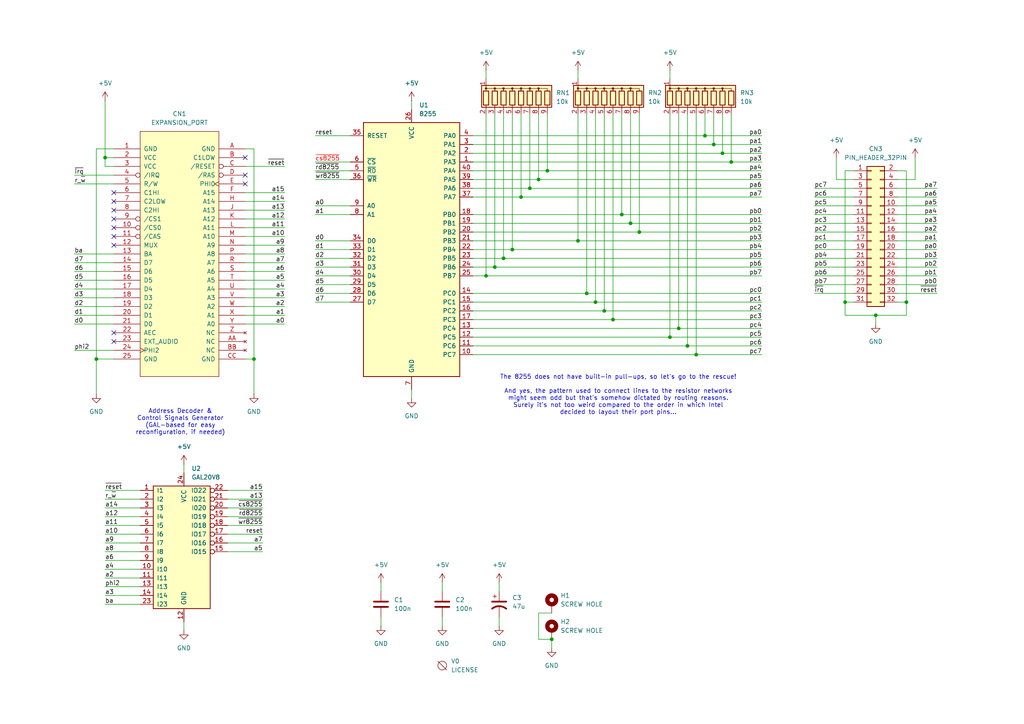
<source format=kicad_sch>
(kicad_sch (version 20231120) (generator "eeschema") (generator_version "8.0")
  (paper "A4")
  (title_block (title "Intel 8255 Interface for the Commodore 16, 116 and Plus/4") (date "2024-08-19") (rev "1git") (company "SukkoPera") (comment 1 "Based on the article published in Rádiótechnika 1988/12 by Ferenc Garay and Dr. János Rohonczy") (comment 2 "http://plus4world.powweb.com/publications/Radiotechnika_1988_december") (comment 3 "Licensed under CC BY-NC-SA 4.0"))
  (lib_symbols
    (symbol "C16-Exp-Port:C16-Exp-Port" (pin_names (offset 1.016))
      (property "Reference" "J" (at 10.16 36.83 0))
      (property "Value" "C16-Exp-Port" (at 0 -36.83 0))
      (symbol "C16-Exp-Port_1_0"
        (rectangle (start -11.43 -35.56) (end 11.43 35.56) (fill (type background)))
      )
      (symbol "C16-Exp-Port_1_1"
        (pin power_out line (at -19.05 30.48 0) (length 7.62) (name "GND") (number "1"))
        (pin output inverted (at -19.05 7.62 0) (length 7.62) (name "/CS0") (number "10"))
        (pin output inverted (at -19.05 5.08 0) (length 7.62) (name "/CAS") (number "11"))
        (pin output line (at -19.05 2.54 0) (length 7.62) (name "MUX") (number "12"))
        (pin output line (at -19.05 0 0) (length 7.62) (name "BA") (number "13"))
        (pin bidirectional line (at -19.05 -2.54 0) (length 7.62) (name "D7") (number "14"))
        (pin bidirectional line (at -19.05 -5.08 0) (length 7.62) (name "D6") (number "15"))
        (pin bidirectional line (at -19.05 -7.62 0) (length 7.62) (name "D5") (number "16"))
        (pin bidirectional line (at -19.05 -10.16 0) (length 7.62) (name "D4") (number "17"))
        (pin bidirectional line (at -19.05 -12.7 0) (length 7.62) (name "D3") (number "18"))
        (pin bidirectional line (at -19.05 -15.24 0) (length 7.62) (name "D2") (number "19"))
        (pin power_out line (at -19.05 27.94 0) (length 7.62) (name "VCC") (number "2"))
        (pin bidirectional line (at -19.05 -17.78 0) (length 7.62) (name "D1") (number "20"))
        (pin bidirectional line (at -19.05 -20.32 0) (length 7.62) (name "D0") (number "21"))
        (pin output line (at -19.05 -22.86 0) (length 7.62) (name "AEC") (number "22"))
        (pin input line (at -19.05 -25.4 0) (length 7.62) (name "EXT_AUDIO") (number "23"))
        (pin output clock (at -19.05 -27.94 0) (length 7.62) (name "PHI2") (number "24"))
        (pin passive line (at -19.05 -30.48 0) (length 7.62) (name "GND") (number "25"))
        (pin passive line (at -19.05 25.4 0) (length 7.62) (name "VCC") (number "3"))
        (pin open_collector inverted (at -19.05 22.86 0) (length 7.62) (name "/IRQ") (number "4"))
        (pin output line (at -19.05 20.32 0) (length 7.62) (name "R/W") (number "5"))
        (pin output line (at -19.05 17.78 0) (length 7.62) (name "C1HI") (number "6"))
        (pin output line (at -19.05 15.24 0) (length 7.62) (name "C2LOW") (number "7"))
        (pin output line (at -19.05 12.7 0) (length 7.62) (name "C2HI") (number "8"))
        (pin output inverted (at -19.05 10.16 0) (length 7.62) (name "/CS1") (number "9"))
        (pin passive line (at 19.05 30.48 180) (length 7.62) (name "GND") (number "A"))
        (pin no_connect line (at 19.05 -25.4 180) (length 7.62) (name "NC") (number "AA"))
        (pin output line (at 19.05 27.94 180) (length 7.62) (name "C1LOW") (number "B"))
        (pin no_connect line (at 19.05 -27.94 180) (length 7.62) (name "NC") (number "BB"))
        (pin open_collector inverted (at 19.05 25.4 180) (length 7.62) (name "/RESET") (number "C"))
        (pin passive line (at 19.05 -30.48 180) (length 7.62) (name "GND") (number "CC"))
        (pin output inverted (at 19.05 22.86 180) (length 7.62) (name "/RAS") (number "D"))
        (pin output clock (at 19.05 20.32 180) (length 7.62) (name "PHI0") (number "E"))
        (pin output line (at 19.05 17.78 180) (length 7.62) (name "A15") (number "F"))
        (pin output line (at 19.05 15.24 180) (length 7.62) (name "A14") (number "H"))
        (pin output line (at 19.05 12.7 180) (length 7.62) (name "A13") (number "J"))
        (pin output line (at 19.05 10.16 180) (length 7.62) (name "A12") (number "K"))
        (pin output line (at 19.05 7.62 180) (length 7.62) (name "A11") (number "L"))
        (pin output line (at 19.05 5.08 180) (length 7.62) (name "A10") (number "M"))
        (pin output line (at 19.05 2.54 180) (length 7.62) (name "A9") (number "N"))
        (pin output line (at 19.05 0 180) (length 7.62) (name "A8") (number "P"))
        (pin output line (at 19.05 -2.54 180) (length 7.62) (name "A7") (number "R"))
        (pin output line (at 19.05 -5.08 180) (length 7.62) (name "A6") (number "S"))
        (pin output line (at 19.05 -7.62 180) (length 7.62) (name "A5") (number "T"))
        (pin output line (at 19.05 -10.16 180) (length 7.62) (name "A4") (number "U"))
        (pin output line (at 19.05 -12.7 180) (length 7.62) (name "A3") (number "V"))
        (pin output line (at 19.05 -15.24 180) (length 7.62) (name "A2") (number "W"))
        (pin output line (at 19.05 -17.78 180) (length 7.62) (name "A1") (number "X"))
        (pin output line (at 19.05 -20.32 180) (length 7.62) (name "A0") (number "Y"))
        (pin no_connect line (at 19.05 -22.86 180) (length 7.62) (name "NC") (number "Z"))
      )
    )
    (symbol "Connector_Generic:Conn_02x16_Odd_Even" (pin_names (offset 1.016) hide)
      (property "Reference" "J" (at 1.27 20.32 0))
      (property "Value" "Conn_02x16_Odd_Even" (at 1.27 -22.86 0))
      (symbol "Conn_02x16_Odd_Even_1_1"
        (rectangle (start -1.27 -20.193) (end 0 -20.447) (stroke (width 0.1524)))
        (rectangle (start -1.27 -17.653) (end 0 -17.907) (stroke (width 0.1524)))
        (rectangle (start -1.27 -15.113) (end 0 -15.367) (stroke (width 0.1524)))
        (rectangle (start -1.27 -12.573) (end 0 -12.827) (stroke (width 0.1524)))
        (rectangle (start -1.27 -10.033) (end 0 -10.287) (stroke (width 0.1524)))
        (rectangle (start -1.27 -7.493) (end 0 -7.747) (stroke (width 0.1524)))
        (rectangle (start -1.27 -4.953) (end 0 -5.207) (stroke (width 0.1524)))
        (rectangle (start -1.27 -2.413) (end 0 -2.667) (stroke (width 0.1524)))
        (rectangle (start -1.27 0.127) (end 0 -0.127) (stroke (width 0.1524)))
        (rectangle (start -1.27 2.667) (end 0 2.413) (stroke (width 0.1524)))
        (rectangle (start -1.27 5.207) (end 0 4.953) (stroke (width 0.1524)))
        (rectangle (start -1.27 7.747) (end 0 7.493) (stroke (width 0.1524)))
        (rectangle (start -1.27 10.287) (end 0 10.033) (stroke (width 0.1524)))
        (rectangle (start -1.27 12.827) (end 0 12.573) (stroke (width 0.1524)))
        (rectangle (start -1.27 15.367) (end 0 15.113) (stroke (width 0.1524)))
        (rectangle (start -1.27 17.907) (end 0 17.653) (stroke (width 0.1524)))
        (rectangle (start -1.27 19.05) (end 3.81 -21.59) (stroke (width 0.254)) (fill (type background)))
        (rectangle (start 3.81 -20.193) (end 2.54 -20.447) (stroke (width 0.1524)))
        (rectangle (start 3.81 -17.653) (end 2.54 -17.907) (stroke (width 0.1524)))
        (rectangle (start 3.81 -15.113) (end 2.54 -15.367) (stroke (width 0.1524)))
        (rectangle (start 3.81 -12.573) (end 2.54 -12.827) (stroke (width 0.1524)))
        (rectangle (start 3.81 -10.033) (end 2.54 -10.287) (stroke (width 0.1524)))
        (rectangle (start 3.81 -7.493) (end 2.54 -7.747) (stroke (width 0.1524)))
        (rectangle (start 3.81 -4.953) (end 2.54 -5.207) (stroke (width 0.1524)))
        (rectangle (start 3.81 -2.413) (end 2.54 -2.667) (stroke (width 0.1524)))
        (rectangle (start 3.81 0.127) (end 2.54 -0.127) (stroke (width 0.1524)))
        (rectangle (start 3.81 2.667) (end 2.54 2.413) (stroke (width 0.1524)))
        (rectangle (start 3.81 5.207) (end 2.54 4.953) (stroke (width 0.1524)))
        (rectangle (start 3.81 7.747) (end 2.54 7.493) (stroke (width 0.1524)))
        (rectangle (start 3.81 10.287) (end 2.54 10.033) (stroke (width 0.1524)))
        (rectangle (start 3.81 12.827) (end 2.54 12.573) (stroke (width 0.1524)))
        (rectangle (start 3.81 15.367) (end 2.54 15.113) (stroke (width 0.1524)))
        (rectangle (start 3.81 17.907) (end 2.54 17.653) (stroke (width 0.1524)))
        (pin passive line (at -5.08 17.78 0) (length 3.81) (name "Pin_1") (number "1"))
        (pin passive line (at 7.62 7.62 180) (length 3.81) (name "Pin_10") (number "10"))
        (pin passive line (at -5.08 5.08 0) (length 3.81) (name "Pin_11") (number "11"))
        (pin passive line (at 7.62 5.08 180) (length 3.81) (name "Pin_12") (number "12"))
        (pin passive line (at -5.08 2.54 0) (length 3.81) (name "Pin_13") (number "13"))
        (pin passive line (at 7.62 2.54 180) (length 3.81) (name "Pin_14") (number "14"))
        (pin passive line (at -5.08 0 0) (length 3.81) (name "Pin_15") (number "15"))
        (pin passive line (at 7.62 0 180) (length 3.81) (name "Pin_16") (number "16"))
        (pin passive line (at -5.08 -2.54 0) (length 3.81) (name "Pin_17") (number "17"))
        (pin passive line (at 7.62 -2.54 180) (length 3.81) (name "Pin_18") (number "18"))
        (pin passive line (at -5.08 -5.08 0) (length 3.81) (name "Pin_19") (number "19"))
        (pin passive line (at 7.62 17.78 180) (length 3.81) (name "Pin_2") (number "2"))
        (pin passive line (at 7.62 -5.08 180) (length 3.81) (name "Pin_20") (number "20"))
        (pin passive line (at -5.08 -7.62 0) (length 3.81) (name "Pin_21") (number "21"))
        (pin passive line (at 7.62 -7.62 180) (length 3.81) (name "Pin_22") (number "22"))
        (pin passive line (at -5.08 -10.16 0) (length 3.81) (name "Pin_23") (number "23"))
        (pin passive line (at 7.62 -10.16 180) (length 3.81) (name "Pin_24") (number "24"))
        (pin passive line (at -5.08 -12.7 0) (length 3.81) (name "Pin_25") (number "25"))
        (pin passive line (at 7.62 -12.7 180) (length 3.81) (name "Pin_26") (number "26"))
        (pin passive line (at -5.08 -15.24 0) (length 3.81) (name "Pin_27") (number "27"))
        (pin passive line (at 7.62 -15.24 180) (length 3.81) (name "Pin_28") (number "28"))
        (pin passive line (at -5.08 -17.78 0) (length 3.81) (name "Pin_29") (number "29"))
        (pin passive line (at -5.08 15.24 0) (length 3.81) (name "Pin_3") (number "3"))
        (pin passive line (at 7.62 -17.78 180) (length 3.81) (name "Pin_30") (number "30"))
        (pin passive line (at -5.08 -20.32 0) (length 3.81) (name "Pin_31") (number "31"))
        (pin passive line (at 7.62 -20.32 180) (length 3.81) (name "Pin_32") (number "32"))
        (pin passive line (at 7.62 15.24 180) (length 3.81) (name "Pin_4") (number "4"))
        (pin passive line (at -5.08 12.7 0) (length 3.81) (name "Pin_5") (number "5"))
        (pin passive line (at 7.62 12.7 180) (length 3.81) (name "Pin_6") (number "6"))
        (pin passive line (at -5.08 10.16 0) (length 3.81) (name "Pin_7") (number "7"))
        (pin passive line (at 7.62 10.16 180) (length 3.81) (name "Pin_8") (number "8"))
        (pin passive line (at -5.08 7.62 0) (length 3.81) (name "Pin_9") (number "9"))
      )
    )
    (symbol "Device:C" (pin_numbers hide) (pin_names (offset 0.254))
      (property "Reference" "C" (at 0.635 2.54 0))
      (property "Value" "C" (at 0.635 -2.54 0))
      (symbol "C_0_1"
        (polyline (pts (xy -2.032 -0.762) (xy 2.032 -0.762)) (stroke (width 0.508)))
        (polyline (pts (xy -2.032 0.762) (xy 2.032 0.762)) (stroke (width 0.508)))
      )
      (symbol "C_1_1"
        (pin passive line (at 0 3.81 270) (length 2.794) (name "~") (number "1"))
        (pin passive line (at 0 -3.81 90) (length 2.794) (name "~") (number "2"))
      )
    )
    (symbol "Device:C_Polarized_US" (pin_numbers hide) (pin_names (offset 0.254) hide)
      (property "Reference" "C" (at 0.635 2.54 0))
      (property "Value" "C_Polarized_US" (at 0.635 -2.54 0))
      (symbol "C_Polarized_US_0_1"
        (polyline (pts (xy -2.032 0.762) (xy 2.032 0.762)) (stroke (width 0.508)))
        (polyline (pts (xy -1.778 2.286) (xy -0.762 2.286)))
        (polyline (pts (xy -1.27 1.778) (xy -1.27 2.794)))
        (arc (start 2.032 -1.27) (mid 0 -0.5572) (end -2.032 -1.27) (stroke (width 0.508)))
      )
      (symbol "C_Polarized_US_1_1"
        (pin passive line (at 0 3.81 270) (length 2.794) (name "~") (number "1"))
        (pin passive line (at 0 -3.81 90) (length 3.302) (name "~") (number "2"))
      )
    )
    (symbol "Device:R_Network08" (pin_names (offset 0) hide)
      (property "Reference" "RN" (at -12.7 0 90))
      (property "Value" "R_Network08" (at 10.16 0 90))
      (symbol "R_Network08_0_1"
        (rectangle (start -11.43 -3.175) (end 8.89 3.175) (stroke (width 0.254)) (fill (type background)))
        (rectangle (start -10.922 1.524) (end -9.398 -2.54) (stroke (width 0.254)))
        (circle (center -10.16 2.286) (radius 0.254) (fill (type outline)))
        (rectangle (start -8.382 1.524) (end -6.858 -2.54) (stroke (width 0.254)))
        (circle (center -7.62 2.286) (radius 0.254) (fill (type outline)))
        (rectangle (start -5.842 1.524) (end -4.318 -2.54) (stroke (width 0.254)))
        (circle (center -5.08 2.286) (radius 0.254) (fill (type outline)))
        (rectangle (start -3.302 1.524) (end -1.778 -2.54) (stroke (width 0.254)))
        (circle (center -2.54 2.286) (radius 0.254) (fill (type outline)))
        (rectangle (start -0.762 1.524) (end 0.762 -2.54) (stroke (width 0.254)))
        (polyline (pts (xy -10.16 -2.54) (xy -10.16 -3.81)))
        (polyline (pts (xy -7.62 -2.54) (xy -7.62 -3.81)))
        (polyline (pts (xy -5.08 -2.54) (xy -5.08 -3.81)))
        (polyline (pts (xy -2.54 -2.54) (xy -2.54 -3.81)))
        (polyline (pts (xy 0 -2.54) (xy 0 -3.81)))
        (polyline (pts (xy 2.54 -2.54) (xy 2.54 -3.81)))
        (polyline (pts (xy 5.08 -2.54) (xy 5.08 -3.81)))
        (polyline (pts (xy 7.62 -2.54) (xy 7.62 -3.81)))
        (polyline (pts (xy -10.16 1.524) (xy -10.16 2.286) (xy -7.62 2.286) (xy -7.62 1.524)))
        (polyline (pts (xy -7.62 1.524) (xy -7.62 2.286) (xy -5.08 2.286) (xy -5.08 1.524)))
        (polyline (pts (xy -5.08 1.524) (xy -5.08 2.286) (xy -2.54 2.286) (xy -2.54 1.524)))
        (polyline (pts (xy -2.54 1.524) (xy -2.54 2.286) (xy 0 2.286) (xy 0 1.524)))
        (polyline (pts (xy 0 1.524) (xy 0 2.286) (xy 2.54 2.286) (xy 2.54 1.524)))
        (polyline (pts (xy 2.54 1.524) (xy 2.54 2.286) (xy 5.08 2.286) (xy 5.08 1.524)))
        (polyline (pts (xy 5.08 1.524) (xy 5.08 2.286) (xy 7.62 2.286) (xy 7.62 1.524)))
        (circle (center 0 2.286) (radius 0.254) (fill (type outline)))
        (rectangle (start 1.778 1.524) (end 3.302 -2.54) (stroke (width 0.254)))
        (circle (center 2.54 2.286) (radius 0.254) (fill (type outline)))
        (rectangle (start 4.318 1.524) (end 5.842 -2.54) (stroke (width 0.254)))
        (circle (center 5.08 2.286) (radius 0.254) (fill (type outline)))
        (rectangle (start 6.858 1.524) (end 8.382 -2.54) (stroke (width 0.254)))
      )
      (symbol "R_Network08_1_1"
        (pin passive line (at -10.16 5.08 270) (length 2.54) (name "common") (number "1"))
        (pin passive line (at -10.16 -5.08 90) (length 1.27) (name "R1") (number "2"))
        (pin passive line (at -7.62 -5.08 90) (length 1.27) (name "R2") (number "3"))
        (pin passive line (at -5.08 -5.08 90) (length 1.27) (name "R3") (number "4"))
        (pin passive line (at -2.54 -5.08 90) (length 1.27) (name "R4") (number "5"))
        (pin passive line (at 0 -5.08 90) (length 1.27) (name "R5") (number "6"))
        (pin passive line (at 2.54 -5.08 90) (length 1.27) (name "R6") (number "7"))
        (pin passive line (at 5.08 -5.08 90) (length 1.27) (name "R7") (number "8"))
        (pin passive line (at 7.62 -5.08 90) (length 1.27) (name "R8") (number "9"))
      )
    )
    (symbol "Interface:8255" (pin_names (offset 1.016))
      (property "Reference" "U" (at -13.97 38.1 0))
      (property "Value" "8255" (at 8.89 38.1 0))
      (symbol "8255_1_1"
        (rectangle (start -13.97 -36.83) (end 13.97 36.83) (stroke (width 0.254)) (fill (type background)))
        (pin bidirectional line (at 17.78 25.4 180) (length 3.81) (name "PA3") (number "1"))
        (pin bidirectional line (at 17.78 -30.48 180) (length 3.81) (name "PC7") (number "10"))
        (pin bidirectional line (at 17.78 -27.94 180) (length 3.81) (name "PC6") (number "11"))
        (pin bidirectional line (at 17.78 -25.4 180) (length 3.81) (name "PC5") (number "12"))
        (pin bidirectional line (at 17.78 -22.86 180) (length 3.81) (name "PC4") (number "13"))
        (pin bidirectional line (at 17.78 -12.7 180) (length 3.81) (name "PC0") (number "14"))
        (pin bidirectional line (at 17.78 -15.24 180) (length 3.81) (name "PC1") (number "15"))
        (pin bidirectional line (at 17.78 -17.78 180) (length 3.81) (name "PC2") (number "16"))
        (pin bidirectional line (at 17.78 -20.32 180) (length 3.81) (name "PC3") (number "17"))
        (pin bidirectional line (at 17.78 10.16 180) (length 3.81) (name "PB0") (number "18"))
        (pin bidirectional line (at 17.78 7.62 180) (length 3.81) (name "PB1") (number "19"))
        (pin bidirectional line (at 17.78 27.94 180) (length 3.81) (name "PA2") (number "2"))
        (pin bidirectional line (at 17.78 5.08 180) (length 3.81) (name "PB2") (number "20"))
        (pin bidirectional line (at 17.78 2.54 180) (length 3.81) (name "PB3") (number "21"))
        (pin bidirectional line (at 17.78 0 180) (length 3.81) (name "PB4") (number "22"))
        (pin bidirectional line (at 17.78 -2.54 180) (length 3.81) (name "PB5") (number "23"))
        (pin bidirectional line (at 17.78 -5.08 180) (length 3.81) (name "PB6") (number "24"))
        (pin bidirectional line (at 17.78 -7.62 180) (length 3.81) (name "PB7") (number "25"))
        (pin power_in line (at 0 40.64 270) (length 3.81) (name "VCC") (number "26"))
        (pin bidirectional line (at -17.78 -15.24 0) (length 3.81) (name "D7") (number "27"))
        (pin bidirectional line (at -17.78 -12.7 0) (length 3.81) (name "D6") (number "28"))
        (pin bidirectional line (at -17.78 -10.16 0) (length 3.81) (name "D5") (number "29"))
        (pin bidirectional line (at 17.78 30.48 180) (length 3.81) (name "PA1") (number "3"))
        (pin bidirectional line (at -17.78 -7.62 0) (length 3.81) (name "D4") (number "30"))
        (pin bidirectional line (at -17.78 -5.08 0) (length 3.81) (name "D3") (number "31"))
        (pin bidirectional line (at -17.78 -2.54 0) (length 3.81) (name "D2") (number "32"))
        (pin bidirectional line (at -17.78 0 0) (length 3.81) (name "D1") (number "33"))
        (pin bidirectional line (at -17.78 2.54 0) (length 3.81) (name "D0") (number "34"))
        (pin input line (at -17.78 33.02 0) (length 3.81) (name "RESET") (number "35"))
        (pin input line (at -17.78 20.32 0) (length 3.81) (name "~{WR}") (number "36"))
        (pin bidirectional line (at 17.78 15.24 180) (length 3.81) (name "PA7") (number "37"))
        (pin bidirectional line (at 17.78 17.78 180) (length 3.81) (name "PA6") (number "38"))
        (pin bidirectional line (at 17.78 20.32 180) (length 3.81) (name "PA5") (number "39"))
        (pin bidirectional line (at 17.78 33.02 180) (length 3.81) (name "PA0") (number "4"))
        (pin bidirectional line (at 17.78 22.86 180) (length 3.81) (name "PA4") (number "40"))
        (pin input line (at -17.78 22.86 0) (length 3.81) (name "~{RD}") (number "5"))
        (pin input line (at -17.78 25.4 0) (length 3.81) (name "~{CS}") (number "6"))
        (pin power_in line (at 0 -40.64 90) (length 3.81) (name "GND") (number "7"))
        (pin input line (at -17.78 10.16 0) (length 3.81) (name "A1") (number "8"))
        (pin input line (at -17.78 12.7 0) (length 3.81) (name "A0") (number "9"))
      )
    )
    (symbol "Logic_Programmable:PAL20L8" (pin_names (offset 1.016))
      (property "Reference" "U" (at -8.89 21.59 0))
      (property "Value" "PAL20L8" (at 1.27 21.59 0))
      (symbol "PAL20L8_0_0"
        (pin power_in line (at 0 -20.32 90) (length 3.81) (name "GND") (number "12"))
        (pin power_in line (at 0 22.86 270) (length 3.81) (name "VCC") (number "24"))
      )
      (symbol "PAL20L8_0_1"
        (rectangle (start -8.89 19.05) (end 7.62 -16.51) (stroke (width 0.254)) (fill (type background)))
      )
      (symbol "PAL20L8_1_1"
        (pin input line (at -12.7 17.78 0) (length 3.81) (name "I1") (number "1"))
        (pin input line (at -12.7 -5.08 0) (length 3.81) (name "I10") (number "10"))
        (pin input line (at -12.7 -7.62 0) (length 3.81) (name "I11") (number "11"))
        (pin input line (at -12.7 -10.16 0) (length 3.81) (name "I13") (number "13"))
        (pin input line (at -12.7 -12.7 0) (length 3.81) (name "I14") (number "14"))
        (pin tri_state inverted (at 12.7 0 180) (length 5.08) (name "IO15") (number "15"))
        (pin tri_state inverted (at 12.7 2.54 180) (length 5.08) (name "IO16") (number "16"))
        (pin tri_state inverted (at 12.7 5.08 180) (length 5.08) (name "IO17") (number "17"))
        (pin tri_state inverted (at 12.7 7.62 180) (length 5.08) (name "IO18") (number "18"))
        (pin tri_state inverted (at 12.7 10.16 180) (length 5.08) (name "IO19") (number "19"))
        (pin input line (at -12.7 15.24 0) (length 3.81) (name "I2") (number "2"))
        (pin tri_state inverted (at 12.7 12.7 180) (length 5.08) (name "I020") (number "20"))
        (pin tri_state inverted (at 12.7 15.24 180) (length 5.08) (name "IO21") (number "21"))
        (pin tri_state inverted (at 12.7 17.78 180) (length 5.08) (name "IO22") (number "22"))
        (pin input line (at -12.7 -15.24 0) (length 3.81) (name "I23") (number "23"))
        (pin input line (at -12.7 12.7 0) (length 3.81) (name "I3") (number "3"))
        (pin input line (at -12.7 10.16 0) (length 3.81) (name "I4") (number "4"))
        (pin input line (at -12.7 7.62 0) (length 3.81) (name "I5") (number "5"))
        (pin input line (at -12.7 5.08 0) (length 3.81) (name "I6") (number "6"))
        (pin input line (at -12.7 2.54 0) (length 3.81) (name "I7") (number "7"))
        (pin input line (at -12.7 0 0) (length 3.81) (name "I8") (number "8"))
        (pin input line (at -12.7 -2.54 0) (length 3.81) (name "I9") (number "9"))
      )
    )
    (symbol "Mechanical:MountingHole_Pad" (pin_numbers hide) (pin_names (offset 1.016) hide) (exclude_from_sim yes) (in_bom no)
      (property "Reference" "H" (at 0 6.35 0))
      (property "Value" "MountingHole_Pad" (at 0 4.445 0))
      (symbol "MountingHole_Pad_0_1"
        (circle (center 0 1.27) (radius 1.27) (stroke (width 1.27)))
      )
      (symbol "MountingHole_Pad_1_1"
        (pin input line (at 0 -2.54 90) (length 2.54) (name "1") (number "1"))
      )
    )
    (symbol "power:+5V" (power) (pin_numbers hide) (pin_names (offset 0) hide)
      (property "Value" "+5V" (at 0 3.556 0))
      (symbol "+5V_0_1"
        (polyline (pts (xy -0.762 1.27) (xy 0 2.54)))
        (polyline (pts (xy 0 0) (xy 0 2.54)))
        (polyline (pts (xy 0 2.54) (xy 0.762 1.27)))
      )
      (symbol "+5V_1_1"
        (pin power_in line (at 0 0 90) (length 0) (name "~") (number "1"))
      )
    )
    (symbol "power:GND" (power) (pin_numbers hide) (pin_names (offset 0) hide)
      (property "Value" "GND" (at 0 -3.81 0))
      (symbol "GND_0_1"
        (polyline (pts (xy 0 0) (xy 0 -1.27) (xy 1.27 -1.27) (xy 0 -2.54) (xy -1.27 -1.27) (xy 0 -1.27)))
      )
      (symbol "GND_1_1"
        (pin power_in line (at 0 0 270) (length 0) (name "~") (number "1"))
      )
    )
    (symbol "void:Void" (pin_numbers hide) (pin_names (offset 0) hide)
      (property "Reference" "V" (at 0 -2.54 0))
      (property "Value" "Void" (at 0 2.54 0))
      (symbol "Void_0_1"
        (polyline (pts (xy -1.27 1.27) (xy 1.27 -1.27)))
        (circle (center 0 0) (radius 1.27))
      )
    )
  )
  (junction (at 185.42 67.31))
  (junction (at 160.02 185.42))
  (junction (at 177.8 92.71))
  (junction (at 182.88 64.77))
  (junction (at 151.13 57.15))
  (junction (at 212.09 46.99))
  (junction (at 170.18 85.09))
  (junction (at 262.89 87.63))
  (junction (at 153.67 54.61))
  (junction (at 194.31 97.79))
  (junction (at 158.75 49.53))
  (junction (at 148.59 72.39))
  (junction (at 167.64 69.85))
  (junction (at 140.97 80.01))
  (junction (at 27.94 104.14))
  (junction (at 201.93 102.87))
  (junction (at 196.85 95.25))
  (junction (at 172.72 87.63))
  (junction (at 30.48 45.72))
  (junction (at 73.66 104.14))
  (junction (at 199.39 100.33))
  (junction (at 207.01 41.91))
  (junction (at 156.21 52.07))
  (junction (at 204.47 39.37))
  (junction (at 146.05 74.93))
  (junction (at 254 91.44))
  (junction (at 209.55 44.45))
  (junction (at 180.34 62.23))
  (junction (at 245.11 87.63))
  (junction (at 175.26 90.17))
  (junction (at 143.51 77.47))
  (no_connect (at 33.02 96.52))
  (no_connect (at 33.02 66.04))
  (no_connect (at 33.02 55.88))
  (no_connect (at 71.12 53.34))
  (no_connect (at 33.02 63.5))
  (no_connect (at 71.12 45.72))
  (no_connect (at 33.02 60.96))
  (no_connect (at 33.02 68.58))
  (no_connect (at 71.12 50.8))
  (no_connect (at 33.02 99.06))
  (no_connect (at 33.02 58.42))
  (no_connect (at 33.02 71.12))
  (wire (pts (xy 236.22 85.09) (xy 247.65 85.09)))
  (wire (pts (xy 247.65 52.07) (xy 242.57 52.07)))
  (wire (pts (xy 254 91.44) (xy 254 93.98)))
  (wire (pts (xy 167.64 33.02) (xy 167.64 69.85)))
  (wire (pts (xy 30.48 45.72) (xy 30.48 48.26)))
  (wire (pts (xy 82.55 81.28) (xy 71.12 81.28)))
  (wire (pts (xy 73.66 43.18) (xy 73.66 104.14)))
  (wire (pts (xy 21.59 81.28) (xy 33.02 81.28)))
  (wire (pts (xy 21.59 76.2) (xy 33.02 76.2)))
  (wire (pts (xy 175.26 33.02) (xy 175.26 90.17)))
  (wire (pts (xy 175.26 90.17) (xy 220.98 90.17)))
  (wire (pts (xy 182.88 64.77) (xy 220.98 64.77)))
  (wire (pts (xy 236.22 77.47) (xy 247.65 77.47)))
  (wire (pts (xy 137.16 92.71) (xy 177.8 92.71)))
  (wire (pts (xy 167.64 20.32) (xy 167.64 22.86)))
  (wire (pts (xy 236.22 69.85) (xy 247.65 69.85)))
  (wire (pts (xy 156.21 33.02) (xy 156.21 52.07)))
  (wire (pts (xy 71.12 73.66) (xy 82.55 73.66)))
  (wire (pts (xy 66.04 149.86) (xy 76.2 149.86)))
  (wire (pts (xy 201.93 102.87) (xy 220.98 102.87)))
  (wire (pts (xy 260.35 52.07) (xy 265.43 52.07)))
  (wire (pts (xy 101.6 80.01) (xy 91.44 80.01)))
  (wire (pts (xy 71.12 104.14) (xy 73.66 104.14)))
  (wire (pts (xy 245.11 49.53) (xy 247.65 49.53)))
  (wire (pts (xy 151.13 33.02) (xy 151.13 57.15)))
  (wire (pts (xy 137.16 49.53) (xy 158.75 49.53)))
  (wire (pts (xy 148.59 72.39) (xy 220.98 72.39)))
  (wire (pts (xy 143.51 77.47) (xy 220.98 77.47)))
  (wire (pts (xy 156.21 177.8) (xy 156.21 185.42)))
  (wire (pts (xy 236.22 57.15) (xy 247.65 57.15)))
  (wire (pts (xy 254 91.44) (xy 245.11 91.44)))
  (wire (pts (xy 21.59 83.82) (xy 33.02 83.82)))
  (wire (pts (xy 21.59 91.44) (xy 33.02 91.44)))
  (wire (pts (xy 180.34 33.02) (xy 180.34 62.23)))
  (wire (pts (xy 101.6 85.09) (xy 91.44 85.09)))
  (wire (pts (xy 204.47 39.37) (xy 220.98 39.37)))
  (wire (pts (xy 30.48 45.72) (xy 33.02 45.72)))
  (wire (pts (xy 137.16 52.07) (xy 156.21 52.07)))
  (wire (pts (xy 137.16 41.91) (xy 207.01 41.91)))
  (wire (pts (xy 137.16 97.79) (xy 194.31 97.79)))
  (wire (pts (xy 137.16 67.31) (xy 185.42 67.31)))
  (wire (pts (xy 21.59 78.74) (xy 33.02 78.74)))
  (wire (pts (xy 137.16 54.61) (xy 153.67 54.61)))
  (wire (pts (xy 260.35 85.09) (xy 271.78 85.09)))
  (wire (pts (xy 21.59 53.34) (xy 33.02 53.34)))
  (wire (pts (xy 40.64 154.94) (xy 30.48 154.94)))
  (wire (pts (xy 71.12 58.42) (xy 82.55 58.42)))
  (wire (pts (xy 40.64 165.1) (xy 30.48 165.1)))
  (wire (pts (xy 30.48 144.78) (xy 40.64 144.78)))
  (wire (pts (xy 236.22 80.01) (xy 247.65 80.01)))
  (wire (pts (xy 21.59 86.36) (xy 33.02 86.36)))
  (wire (pts (xy 182.88 33.02) (xy 182.88 64.77)))
  (wire (pts (xy 204.47 33.02) (xy 204.47 39.37)))
  (wire (pts (xy 170.18 33.02) (xy 170.18 85.09)))
  (wire (pts (xy 185.42 67.31) (xy 220.98 67.31)))
  (wire (pts (xy 199.39 100.33) (xy 220.98 100.33)))
  (wire (pts (xy 128.27 168.91) (xy 128.27 171.45)))
  (wire (pts (xy 33.02 43.18) (xy 27.94 43.18)))
  (wire (pts (xy 101.6 74.93) (xy 91.44 74.93)))
  (wire (pts (xy 82.55 88.9) (xy 71.12 88.9)))
  (wire (pts (xy 194.31 33.02) (xy 194.31 97.79)))
  (wire (pts (xy 153.67 54.61) (xy 220.98 54.61)))
  (wire (pts (xy 91.44 52.07) (xy 101.6 52.07)))
  (wire (pts (xy 196.85 33.02) (xy 196.85 95.25)))
  (wire (pts (xy 245.11 49.53) (xy 245.11 87.63)))
  (wire (pts (xy 209.55 44.45) (xy 220.98 44.45)))
  (wire (pts (xy 212.09 46.99) (xy 220.98 46.99)))
  (wire (pts (xy 30.48 170.18) (xy 40.64 170.18)))
  (wire (pts (xy 260.35 59.69) (xy 271.78 59.69)))
  (wire (pts (xy 71.12 93.98) (xy 82.55 93.98)))
  (wire (pts (xy 260.35 87.63) (xy 262.89 87.63)))
  (wire (pts (xy 66.04 152.4) (xy 76.2 152.4)))
  (wire (pts (xy 30.48 175.26) (xy 40.64 175.26)))
  (wire (pts (xy 91.44 39.37) (xy 101.6 39.37)))
  (wire (pts (xy 262.89 91.44) (xy 254 91.44)))
  (wire (pts (xy 262.89 49.53) (xy 260.35 49.53)))
  (wire (pts (xy 73.66 104.14) (xy 73.66 114.3)))
  (wire (pts (xy 71.12 66.04) (xy 82.55 66.04)))
  (wire (pts (xy 21.59 101.6) (xy 33.02 101.6)))
  (wire (pts (xy 27.94 43.18) (xy 27.94 104.14)))
  (wire (pts (xy 101.6 82.55) (xy 91.44 82.55)))
  (wire (pts (xy 236.22 82.55) (xy 247.65 82.55)))
  (wire (pts (xy 30.48 172.72) (xy 40.64 172.72)))
  (wire (pts (xy 177.8 33.02) (xy 177.8 92.71)))
  (wire (pts (xy 137.16 80.01) (xy 140.97 80.01)))
  (wire (pts (xy 236.22 64.77) (xy 247.65 64.77)))
  (wire (pts (xy 40.64 147.32) (xy 30.48 147.32)))
  (wire (pts (xy 194.31 20.32) (xy 194.31 22.86)))
  (wire (pts (xy 137.16 85.09) (xy 170.18 85.09)))
  (wire (pts (xy 212.09 33.02) (xy 212.09 46.99)))
  (wire (pts (xy 242.57 45.72) (xy 242.57 52.07)))
  (wire (pts (xy 40.64 167.64) (xy 30.48 167.64)))
  (wire (pts (xy 236.22 72.39) (xy 247.65 72.39)))
  (wire (pts (xy 91.44 59.69) (xy 101.6 59.69)))
  (wire (pts (xy 167.64 69.85) (xy 220.98 69.85)))
  (wire (pts (xy 260.35 62.23) (xy 271.78 62.23)))
  (wire (pts (xy 71.12 71.12) (xy 82.55 71.12)))
  (wire (pts (xy 260.35 77.47) (xy 271.78 77.47)))
  (wire (pts (xy 66.04 142.24) (xy 76.2 142.24)))
  (wire (pts (xy 260.35 69.85) (xy 271.78 69.85)))
  (wire (pts (xy 137.16 87.63) (xy 172.72 87.63)))
  (wire (pts (xy 140.97 33.02) (xy 140.97 80.01)))
  (wire (pts (xy 40.64 162.56) (xy 30.48 162.56)))
  (wire (pts (xy 245.11 87.63) (xy 245.11 91.44)))
  (wire (pts (xy 153.67 33.02) (xy 153.67 54.61)))
  (wire (pts (xy 260.35 54.61) (xy 271.78 54.61)))
  (wire (pts (xy 160.02 185.42) (xy 160.02 187.96)))
  (wire (pts (xy 140.97 20.32) (xy 140.97 22.86)))
  (wire (pts (xy 180.34 62.23) (xy 220.98 62.23)))
  (wire (pts (xy 82.55 83.82) (xy 71.12 83.82)))
  (wire (pts (xy 262.89 87.63) (xy 262.89 91.44)))
  (wire (pts (xy 110.49 168.91) (xy 110.49 171.45)))
  (wire (pts (xy 71.12 76.2) (xy 82.55 76.2)))
  (wire (pts (xy 21.59 73.66) (xy 33.02 73.66)))
  (wire (pts (xy 71.12 68.58) (xy 82.55 68.58)))
  (wire (pts (xy 66.04 144.78) (xy 76.2 144.78)))
  (wire (pts (xy 144.78 179.07) (xy 144.78 181.61)))
  (wire (pts (xy 71.12 48.26) (xy 82.55 48.26)))
  (wire (pts (xy 110.49 179.07) (xy 110.49 181.61)))
  (wire (pts (xy 260.35 57.15) (xy 271.78 57.15)))
  (wire (pts (xy 40.64 157.48) (xy 30.48 157.48)))
  (wire (pts (xy 260.35 64.77) (xy 271.78 64.77)))
  (wire (pts (xy 194.31 97.79) (xy 220.98 97.79)))
  (wire (pts (xy 260.35 80.01) (xy 271.78 80.01)))
  (wire (pts (xy 160.02 185.42) (xy 156.21 185.42)))
  (wire (pts (xy 71.12 91.44) (xy 82.55 91.44)))
  (wire (pts (xy 91.44 62.23) (xy 101.6 62.23)))
  (wire (pts (xy 148.59 33.02) (xy 148.59 72.39)))
  (wire (pts (xy 53.34 180.34) (xy 53.34 182.88)))
  (wire (pts (xy 82.55 86.36) (xy 71.12 86.36)))
  (wire (pts (xy 137.16 102.87) (xy 201.93 102.87)))
  (wire (pts (xy 196.85 95.25) (xy 220.98 95.25)))
  (wire (pts (xy 137.16 64.77) (xy 182.88 64.77)))
  (wire (pts (xy 101.6 72.39) (xy 91.44 72.39)))
  (wire (pts (xy 137.16 57.15) (xy 151.13 57.15)))
  (wire (pts (xy 262.89 49.53) (xy 262.89 87.63)))
  (wire (pts (xy 91.44 46.99) (xy 101.6 46.99)))
  (wire (pts (xy 177.8 92.71) (xy 220.98 92.71)))
  (wire (pts (xy 260.35 82.55) (xy 271.78 82.55)))
  (wire (pts (xy 158.75 33.02) (xy 158.75 49.53)))
  (wire (pts (xy 71.12 55.88) (xy 82.55 55.88)))
  (wire (pts (xy 40.64 152.4) (xy 30.48 152.4)))
  (wire (pts (xy 91.44 49.53) (xy 101.6 49.53)))
  (wire (pts (xy 137.16 100.33) (xy 199.39 100.33)))
  (wire (pts (xy 27.94 104.14) (xy 33.02 104.14)))
  (wire (pts (xy 236.22 67.31) (xy 247.65 67.31)))
  (wire (pts (xy 260.35 74.93) (xy 271.78 74.93)))
  (wire (pts (xy 172.72 33.02) (xy 172.72 87.63)))
  (wire (pts (xy 21.59 88.9) (xy 33.02 88.9)))
  (wire (pts (xy 140.97 80.01) (xy 220.98 80.01)))
  (wire (pts (xy 53.34 134.62) (xy 53.34 137.16)))
  (wire (pts (xy 236.22 74.93) (xy 247.65 74.93)))
  (wire (pts (xy 137.16 95.25) (xy 196.85 95.25)))
  (wire (pts (xy 265.43 45.72) (xy 265.43 52.07)))
  (wire (pts (xy 207.01 41.91) (xy 220.98 41.91)))
  (wire (pts (xy 66.04 157.48) (xy 76.2 157.48)))
  (wire (pts (xy 82.55 78.74) (xy 71.12 78.74)))
  (wire (pts (xy 101.6 69.85) (xy 91.44 69.85)))
  (wire (pts (xy 144.78 168.91) (xy 144.78 171.45)))
  (wire (pts (xy 137.16 39.37) (xy 204.47 39.37)))
  (wire (pts (xy 137.16 90.17) (xy 175.26 90.17)))
  (wire (pts (xy 40.64 160.02) (xy 30.48 160.02)))
  (wire (pts (xy 236.22 59.69) (xy 247.65 59.69)))
  (wire (pts (xy 160.02 177.8) (xy 156.21 177.8)))
  (wire (pts (xy 119.38 29.21) (xy 119.38 31.75)))
  (wire (pts (xy 156.21 52.07) (xy 220.98 52.07)))
  (wire (pts (xy 137.16 62.23) (xy 180.34 62.23)))
  (wire (pts (xy 137.16 69.85) (xy 167.64 69.85)))
  (wire (pts (xy 201.93 33.02) (xy 201.93 102.87)))
  (wire (pts (xy 199.39 33.02) (xy 199.39 100.33)))
  (wire (pts (xy 209.55 33.02) (xy 209.55 44.45)))
  (wire (pts (xy 158.75 49.53) (xy 220.98 49.53)))
  (wire (pts (xy 260.35 67.31) (xy 271.78 67.31)))
  (wire (pts (xy 172.72 87.63) (xy 220.98 87.63)))
  (wire (pts (xy 143.51 33.02) (xy 143.51 77.47)))
  (wire (pts (xy 40.64 149.86) (xy 30.48 149.86)))
  (wire (pts (xy 207.01 33.02) (xy 207.01 41.91)))
  (wire (pts (xy 27.94 104.14) (xy 27.94 114.3)))
  (wire (pts (xy 137.16 46.99) (xy 212.09 46.99)))
  (wire (pts (xy 71.12 63.5) (xy 82.55 63.5)))
  (wire (pts (xy 71.12 60.96) (xy 82.55 60.96)))
  (wire (pts (xy 137.16 74.93) (xy 146.05 74.93)))
  (wire (pts (xy 30.48 142.24) (xy 40.64 142.24)))
  (wire (pts (xy 33.02 48.26) (xy 30.48 48.26)))
  (wire (pts (xy 66.04 160.02) (xy 76.2 160.02)))
  (wire (pts (xy 260.35 72.39) (xy 271.78 72.39)))
  (wire (pts (xy 128.27 179.07) (xy 128.27 181.61)))
  (wire (pts (xy 146.05 74.93) (xy 220.98 74.93)))
  (wire (pts (xy 101.6 77.47) (xy 91.44 77.47)))
  (wire (pts (xy 137.16 72.39) (xy 148.59 72.39)))
  (wire (pts (xy 71.12 43.18) (xy 73.66 43.18)))
  (wire (pts (xy 21.59 50.8) (xy 33.02 50.8)))
  (wire (pts (xy 30.48 29.21) (xy 30.48 45.72)))
  (wire (pts (xy 185.42 33.02) (xy 185.42 67.31)))
  (wire (pts (xy 236.22 54.61) (xy 247.65 54.61)))
  (wire (pts (xy 137.16 44.45) (xy 209.55 44.45)))
  (wire (pts (xy 146.05 33.02) (xy 146.05 74.93)))
  (wire (pts (xy 101.6 87.63) (xy 91.44 87.63)))
  (wire (pts (xy 137.16 77.47) (xy 143.51 77.47)))
  (wire (pts (xy 151.13 57.15) (xy 220.98 57.15)))
  (wire (pts (xy 66.04 154.94) (xy 76.2 154.94)))
  (wire (pts (xy 170.18 85.09) (xy 220.98 85.09)))
  (wire (pts (xy 119.38 113.03) (xy 119.38 115.57)))
  (wire (pts (xy 66.04 147.32) (xy 76.2 147.32)))
  (wire (pts (xy 236.22 62.23) (xy 247.65 62.23)))
  (wire (pts (xy 21.59 93.98) (xy 33.02 93.98)))
  (wire (pts (xy 245.11 87.63) (xy 247.65 87.63)))
  (text "Address Decoder &\nControl Signals Generator\n(GAL-based for easy\nreconfiguration, if needed)" (at 52.324 122.428 0) (effects (font (size 1.27 1.27))))
  (text "The 8255 does not have built-in pull-ups, so let's go to the rescue!\n\nAnd yes, the pattern used to connect lines to the resistor networks\nmight seem odd but that's somehow dictated by routing reasons.\nSurely it's not too weird compared to the order in which Intel\ndecided to layout their port pins..." (at 179.324 114.554 0) (effects (font (size 1.27 1.27))))
  (label "pa5" (at 220.98 52.07 180))
  (label "pb1" (at 271.78 80.01 180))
  (label "pa4" (at 220.98 49.53 180))
  (label "~{cs8255}" (at 76.2 147.32 180))
  (label "d1" (at 21.59 91.44 0))
  (label "d6" (at 91.44 85.09 0))
  (label "d0" (at 91.44 69.85 0))
  (label "pc3" (at 220.98 92.71 180))
  (label "pc6" (at 236.22 57.15 0))
  (label "pc2" (at 236.22 67.31 0))
  (label "pb4" (at 236.22 74.93 0))
  (label "a12" (at 30.48 149.86 0))
  (label "a4" (at 82.55 83.82 180))
  (label "~{wr8255}" (at 76.2 152.4 180))
  (label "pc3" (at 236.22 64.77 0))
  (label "pb7" (at 236.22 82.55 0))
  (label "pb4" (at 220.98 72.39 180))
  (label "pc5" (at 236.22 59.69 0))
  (label "pb3" (at 220.98 69.85 180))
  (label "pc7" (at 236.22 54.61 0))
  (label "a7" (at 82.55 76.2 180))
  (label "a11" (at 30.48 152.4 0))
  (label "ba" (at 21.59 73.66 0))
  (label "d7" (at 21.59 76.2 0))
  (label "phi2" (at 30.48 170.18 0))
  (label "a0" (at 91.44 59.69 0))
  (label "reset" (at 91.44 39.37 0))
  (label "pc2" (at 220.98 90.17 180))
  (label "d4" (at 21.59 83.82 0))
  (label "d3" (at 91.44 77.47 0))
  (label "pa1" (at 271.78 69.85 180))
  (label "~{irq}" (at 21.59 50.8 0))
  (label "~{rd8255}" (at 91.44 49.53 0))
  (label "a3" (at 82.55 86.36 180))
  (label "pb0" (at 271.78 82.55 180))
  (label "d3" (at 21.59 86.36 0))
  (label "d2" (at 21.59 88.9 0))
  (label "r_~{w}" (at 30.48 144.78 0))
  (label "a4" (at 30.48 165.1 0))
  (label "pa7" (at 220.98 57.15 180))
  (label "pc4" (at 236.22 62.23 0))
  (label "pb7" (at 220.98 80.01 180))
  (label "a14" (at 30.48 147.32 0))
  (label "a1" (at 82.55 91.44 180))
  (label "a9" (at 30.48 157.48 0))
  (label "a12" (at 82.55 63.5 180))
  (label "a5" (at 82.55 81.28 180))
  (label "a13" (at 76.2 144.78 180))
  (label "a8" (at 82.55 73.66 180))
  (label "~{reset}" (at 82.55 48.26 180))
  (label "a2" (at 82.55 88.9 180))
  (label "pa0" (at 271.78 72.39 180))
  (label "d7" (at 91.44 87.63 0))
  (label "pa5" (at 271.78 59.69 180))
  (label "pc6" (at 220.98 100.33 180))
  (label "d2" (at 91.44 74.93 0))
  (label "pa2" (at 220.98 44.45 180))
  (label "a14" (at 82.55 58.42 180))
  (label "pb2" (at 220.98 67.31 180))
  (label "pc0" (at 236.22 72.39 0))
  (label "pa0" (at 220.98 39.37 180))
  (label "pa3" (at 271.78 64.77 180))
  (label "a7" (at 76.2 157.48 180))
  (label "a11" (at 82.55 66.04 180))
  (label "~{cs8255}" (at 91.44 46.99 0))
  (label "pb0" (at 220.98 62.23 180))
  (label "d1" (at 91.44 72.39 0))
  (label "pb5" (at 236.22 77.47 0))
  (label "pa6" (at 220.98 54.61 180))
  (label "~{rd8255}" (at 76.2 149.86 180))
  (label "a6" (at 82.55 78.74 180))
  (label "pa1" (at 220.98 41.91 180))
  (label "a1" (at 91.44 62.23 0))
  (label "a13" (at 82.55 60.96 180))
  (label "~{irq}" (at 236.22 85.09 0))
  (label "phi2" (at 21.59 101.6 0))
  (label "pc4" (at 220.98 95.25 180))
  (label "pc1" (at 220.98 87.63 180))
  (label "d4" (at 91.44 80.01 0))
  (label "pa2" (at 271.78 67.31 180))
  (label "a15" (at 82.55 55.88 180))
  (label "a2" (at 30.48 167.64 0))
  (label "a8" (at 30.48 160.02 0))
  (label "pb6" (at 220.98 77.47 180))
  (label "pc7" (at 220.98 102.87 180))
  (label "~{wr8255}" (at 91.44 52.07 0))
  (label "a5" (at 76.2 160.02 180))
  (label "pa7" (at 271.78 54.61 180))
  (label "pb5" (at 220.98 74.93 180))
  (label "d5" (at 91.44 82.55 0))
  (label "ba" (at 30.48 175.26 0))
  (label "pa4" (at 271.78 62.23 180))
  (label "reset" (at 76.2 154.94 180))
  (label "pa6" (at 271.78 57.15 180))
  (label "a3" (at 30.48 172.72 0))
  (label "pb1" (at 220.98 64.77 180))
  (label "a15" (at 76.2 142.24 180))
  (label "pb3" (at 271.78 74.93 180))
  (label "a10" (at 82.55 68.58 180))
  (label "~{reset}" (at 30.48 142.24 0))
  (label "a9" (at 82.55 71.12 180))
  (label "d5" (at 21.59 81.28 0))
  (label "a10" (at 30.48 154.94 0))
  (label "pb6" (at 236.22 80.01 0))
  (label "d6" (at 21.59 78.74 0))
  (label "pc0" (at 220.98 85.09 180))
  (label "r_~{w}" (at 21.59 53.34 0))
  (label "~{reset}" (at 271.78 85.09 180))
  (label "pc5" (at 220.98 97.79 180))
  (label "pa3" (at 220.98 46.99 180))
  (label "a6" (at 30.48 162.56 0))
  (label "pb2" (at 271.78 77.47 180))
  (label "d0" (at 21.59 93.98 0))
  (label "pc1" (at 236.22 69.85 0))
  (label "a0" (at 82.55 93.98 180))
  (symbol (lib_id "Logic_Programmable:PAL20L8") (at 53.34 160.02 0) (unit 1)
    (property "Reference" "U2" (at 55.5341 135.89 0) (effects (justify left)))
    (property "Value" "GAL20V8" (at 55.5341 138.43 0) (effects (justify left)))
    (property "Footprint" "Package_DIP:DIP-24_W7.62mm_Socket_LongPads" (effects (hide yes)))
    (property "Description" "Programmable Logic Array, DIP-24" (effects (hide yes)))
  )
  (symbol (lib_id "power:+5V") (at 119.38 29.21 0) (unit 1)
    (property "Reference" "#PWR01" (effects (hide yes)))
    (property "Value" "+5V" (at 119.38 24.13 0))
    (property "Description" "Power symbol creates a global label with name \"+5V\"" (effects (hide yes)))
  )
  (symbol (lib_id "void:Void") (at 128.27 193.04 0) (unit 1)
    (property "Reference" "V0" (at 130.81 191.7699 0) (effects (justify left)))
    (property "Value" "LICENSE" (at 130.81 194.3099 0) (effects (justify left)))
    (property "Footprint" "Plus4i8255:cc_by_nc_sa" (effects (hide yes)))
  )
  (symbol (lib_id "power:+5V") (at 194.31 20.32 0) (unit 1)
    (property "Reference" "#PWR011" (effects (hide yes)))
    (property "Value" "+5V" (at 194.31 15.24 0))
    (property "Description" "Power symbol creates a global label with name \"+5V\"" (effects (hide yes)))
  )
  (symbol (lib_id "power:GND") (at 160.02 187.96 0) (unit 1)
    (property "Reference" "#PWR026" (effects (hide yes)))
    (property "Value" "GND" (at 160.02 193.04 0))
    (property "Description" "Power symbol creates a global label with name \"GND\" , ground" (effects (hide yes)))
  )
  (symbol (lib_id "power:GND") (at 110.49 181.61 0) (unit 1)
    (property "Reference" "#PWR07" (effects (hide yes)))
    (property "Value" "GND" (at 110.49 186.69 0))
    (property "Description" "Power symbol creates a global label with name \"GND\" , ground" (effects (hide yes)))
  )
  (symbol (lib_id "power:GND") (at 53.34 182.88 0) (unit 1)
    (property "Reference" "#PWR028" (effects (hide yes)))
    (property "Value" "GND" (at 53.34 187.96 0))
    (property "Description" "Power symbol creates a global label with name \"GND\" , ground" (effects (hide yes)))
  )
  (symbol (lib_id "power:GND") (at 128.27 181.61 0) (unit 1)
    (property "Reference" "#PWR023" (effects (hide yes)))
    (property "Value" "GND" (at 128.27 186.69 0))
    (property "Description" "Power symbol creates a global label with name \"GND\" , ground" (effects (hide yes)))
  )
  (symbol (lib_id "power:+5V") (at 144.78 168.91 0) (unit 1)
    (property "Reference" "#PWR019" (effects (hide yes)))
    (property "Value" "+5V" (at 144.78 163.83 0))
    (property "Description" "Power symbol creates a global label with name \"+5V\"" (effects (hide yes)))
  )
  (symbol (lib_id "power:+5V") (at 110.49 168.91 0) (unit 1)
    (property "Reference" "#PWR06" (effects (hide yes)))
    (property "Value" "+5V" (at 110.49 163.83 0))
    (property "Description" "Power symbol creates a global label with name \"+5V\"" (effects (hide yes)))
  )
  (symbol (lib_id "Device:C") (at 128.27 175.26 0) (unit 1)
    (property "Reference" "C2" (at 132.08 173.9899 0) (effects (justify left)))
    (property "Value" "100n" (at 132.08 176.5299 0) (effects (justify left)))
    (property "Footprint" "Capacitor_THT:C_Disc_D7.0mm_W2.5mm_P5.00mm" (effects (hide yes)))
    (property "Description" "Unpolarized capacitor" (effects (hide yes)))
  )
  (symbol (lib_id "power:GND") (at 254 93.98 0) (unit 1)
    (property "Reference" "#PWR024" (effects (hide yes)))
    (property "Value" "GND" (at 254 99.06 0))
    (property "Description" "Power symbol creates a global label with name \"GND\" , ground" (effects (hide yes)))
  )
  (symbol (lib_id "power:+5V") (at 167.64 20.32 0) (unit 1)
    (property "Reference" "#PWR010" (effects (hide yes)))
    (property "Value" "+5V" (at 167.64 15.24 0))
    (property "Description" "Power symbol creates a global label with name \"+5V\"" (effects (hide yes)))
  )
  (symbol (lib_id "Interface:8255") (at 119.38 72.39 0) (unit 1)
    (property "Reference" "U1" (at 121.5741 30.48 0) (effects (justify left)))
    (property "Value" "8255" (at 121.5741 33.02 0) (effects (justify left)))
    (property "Footprint" "Package_DIP:DIP-40_W15.24mm_Socket_LongPads" (effects (hide yes)))
    (property "Datasheet" "http://aturing.umcs.maine.edu/~meadow/courses/cos335/Intel8255A.pdf" (effects (hide yes)))
    (property "Description" "Programmable Peripheral Interface, PDIP-40" (effects (hide yes)))
  )
  (symbol (lib_id "power:GND") (at 119.38 115.57 0) (unit 1)
    (property "Reference" "#PWR02" (effects (hide yes)))
    (property "Value" "GND" (at 119.38 120.65 0))
    (property "Description" "Power symbol creates a global label with name \"GND\" , ground" (effects (hide yes)))
  )
  (symbol (lib_id "Device:R_Network08") (at 151.13 27.94 0) (unit 1)
    (property "Reference" "RN1" (at 161.29 26.9239 0) (effects (justify left)))
    (property "Value" "10k" (at 161.29 29.4639 0) (effects (justify left)))
    (property "Footprint" "Resistor_THT:R_Array_SIP9" (effects (hide yes)))
    (property "Datasheet" "http://www.vishay.com/docs/31509/csc.pdf" (effects (hide yes)))
    (property "Description" "8 resistor network, star topology, bussed resistors, small symbol" (effects (hide yes)))
  )
  (symbol (lib_id "Mechanical:MountingHole_Pad") (at 160.02 182.88 0) (unit 1) (exclude_from_sim yes) (in_bom no)
    (property "Reference" "H2" (at 162.56 180.3399 0) (effects (justify left)))
    (property "Value" "SCREW HOLE" (at 162.56 182.8799 0) (effects (justify left)))
    (property "Footprint" "MountingHole:MountingHole_3.2mm_M3_Pad" (effects (hide yes)))
    (property "Description" "Mounting Hole with connection" (effects (hide yes)))
  )
  (symbol (lib_id "power:+5V") (at 140.97 20.32 0) (unit 1)
    (property "Reference" "#PWR09" (effects (hide yes)))
    (property "Value" "+5V" (at 140.97 15.24 0))
    (property "Description" "Power symbol creates a global label with name \"+5V\"" (effects (hide yes)))
  )
  (symbol (lib_id "Device:R_Network08") (at 204.47 27.94 0) (unit 1)
    (property "Reference" "RN3" (at 214.63 26.9239 0) (effects (justify left)))
    (property "Value" "10k" (at 214.63 29.4639 0) (effects (justify left)))
    (property "Footprint" "Resistor_THT:R_Array_SIP9" (effects (hide yes)))
    (property "Datasheet" "http://www.vishay.com/docs/31509/csc.pdf" (effects (hide yes)))
    (property "Description" "8 resistor network, star topology, bussed resistors, small symbol" (effects (hide yes)))
  )
  (symbol (lib_id "Device:R_Network08") (at 177.8 27.94 0) (unit 1)
    (property "Reference" "RN2" (at 187.96 26.9239 0) (effects (justify left)))
    (property "Value" "10k" (at 187.96 29.4639 0) (effects (justify left)))
    (property "Footprint" "Resistor_THT:R_Array_SIP9" (effects (hide yes)))
    (property "Datasheet" "http://www.vishay.com/docs/31509/csc.pdf" (effects (hide yes)))
    (property "Description" "8 resistor network, star topology, bussed resistors, small symbol" (effects (hide yes)))
  )
  (symbol (lib_id "power:GND") (at 27.94 114.3 0) (mirror y) (unit 1)
    (property "Reference" "#PWR04" (effects (hide yes)))
    (property "Value" "GND" (at 27.94 119.38 0))
    (property "Description" "Power symbol creates a global label with name \"GND\" , ground" (effects (hide yes)))
  )
  (symbol (lib_id "C16-Exp-Port:C16-Exp-Port") (at 52.07 73.66 0) (unit 1)
    (property "Reference" "CN1" (at 52.07 33.02 0))
    (property "Value" "EXPANSION_PORT" (at 52.07 35.56 0))
    (property "Footprint" "Plus4i8255:C16_Cart_Conn" (effects (hide yes)))
    (property "Datasheet" "DOCUMENTATION" (effects (hide yes)))
  )
  (symbol (lib_id "power:+5V") (at 265.43 45.72 0) (unit 1)
    (property "Reference" "#PWR025" (effects (hide yes)))
    (property "Value" "+5V" (at 265.43 40.64 0))
    (property "Description" "Power symbol creates a global label with name \"+5V\"" (effects (hide yes)))
  )
  (symbol (lib_id "power:+5V") (at 128.27 168.91 0) (unit 1)
    (property "Reference" "#PWR022" (effects (hide yes)))
    (property "Value" "+5V" (at 128.27 163.83 0))
    (property "Description" "Power symbol creates a global label with name \"+5V\"" (effects (hide yes)))
  )
  (symbol (lib_id "Mechanical:MountingHole_Pad") (at 160.02 175.26 0) (unit 1) (exclude_from_sim yes) (in_bom no)
    (property "Reference" "H1" (at 162.56 172.7199 0) (effects (justify left)))
    (property "Value" "SCREW HOLE" (at 162.56 175.2599 0) (effects (justify left)))
    (property "Footprint" "MountingHole:MountingHole_3.2mm_M3_Pad" (effects (hide yes)))
    (property "Description" "Mounting Hole with connection" (effects (hide yes)))
  )
  (symbol (lib_id "Connector_Generic:Conn_02x16_Odd_Even") (at 252.73 67.31 0) (unit 1)
    (property "Reference" "CN3" (at 254 43.18 0))
    (property "Value" "PIN_HEADER_32PIN" (at 254 45.72 0))
    (property "Footprint" "Connector_PinHeader_2.54mm:PinHeader_2x16_P2.54mm_Vertical" (effects (hide yes)))
    (property "Description" "Generic connector, double row, 02x16, odd/even pin numbering scheme (row 1 odd numbers, row 2 even numbers), script generated (kicad-library-utils/schlib/autogen/connector/)" (effects (hide yes)))
  )
  (symbol (lib_id "Device:C") (at 110.49 175.26 0) (unit 1)
    (property "Reference" "C1" (at 114.3 173.9899 0) (effects (justify left)))
    (property "Value" "100n" (at 114.3 176.5299 0) (effects (justify left)))
    (property "Footprint" "Capacitor_THT:C_Disc_D7.0mm_W2.5mm_P5.00mm" (effects (hide yes)))
    (property "Description" "Unpolarized capacitor" (effects (hide yes)))
  )
  (symbol (lib_id "power:+5V") (at 30.48 29.21 0) (unit 1)
    (property "Reference" "#PWR03" (effects (hide yes)))
    (property "Value" "+5V" (at 30.48 24.13 0))
    (property "Description" "Power symbol creates a global label with name \"+5V\"" (effects (hide yes)))
  )
  (symbol (lib_id "Device:C_Polarized_US") (at 144.78 175.26 0) (unit 1)
    (property "Reference" "C3" (at 148.59 173.3549 0) (effects (justify left)))
    (property "Value" "47u" (at 148.59 175.8949 0) (effects (justify left)))
    (property "Footprint" "Capacitor_THT:CP_Radial_D5.0mm_P2.00mm" (effects (hide yes)))
    (property "Description" "Polarized capacitor, US symbol" (effects (hide yes)))
  )
  (symbol (lib_id "power:GND") (at 73.66 114.3 0) (mirror y) (unit 1)
    (property "Reference" "#PWR05" (effects (hide yes)))
    (property "Value" "GND" (at 73.66 119.38 0))
    (property "Description" "Power symbol creates a global label with name \"GND\" , ground" (effects (hide yes)))
  )
  (symbol (lib_id "power:+5V") (at 53.34 134.62 0) (unit 1)
    (property "Reference" "#PWR027" (effects (hide yes)))
    (property "Value" "+5V" (at 53.34 129.54 0))
    (property "Description" "Power symbol creates a global label with name \"+5V\"" (effects (hide yes)))
  )
  (symbol (lib_id "power:GND") (at 144.78 181.61 0) (unit 1)
    (property "Reference" "#PWR020" (effects (hide yes)))
    (property "Value" "GND" (at 144.78 186.69 0))
    (property "Description" "Power symbol creates a global label with name \"GND\" , ground" (effects (hide yes)))
  )
  (symbol (lib_id "power:+5V") (at 242.57 45.72 0) (mirror y) (unit 1)
    (property "Reference" "#PWR08" (effects (hide yes)))
    (property "Value" "+5V" (at 242.57 40.64 0))
    (property "Description" "Power symbol creates a global label with name \"+5V\"" (effects (hide yes)))
  )
)
</source>
